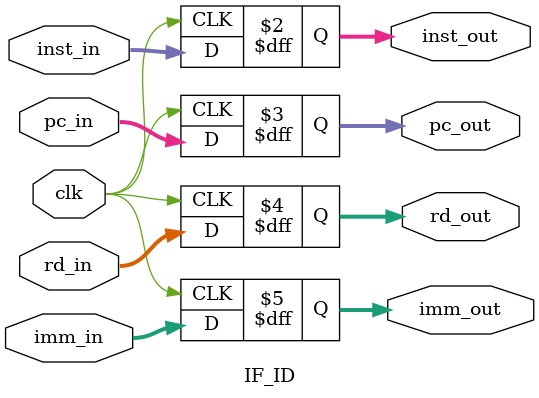
<source format=v>
`timescale 1ns / 1ps


module IF_ID(clk, rd_in, rd_out, pc_in, pc_out, inst_in, inst_out, imm_in, imm_out);

input clk;
input [31:0] inst_in;
input [7:0] pc_in;
input [4:0] rd_in;
input [31:0] imm_in;

output reg [31:0] inst_out;
output reg [7:0] pc_out;
output reg [4:0] rd_out;
output reg [31:0] imm_out;

always@(posedge clk)
begin
    pc_out = pc_in;
    inst_out = inst_in;
    rd_out = rd_in;
    imm_out = imm_in;
end

endmodule

</source>
